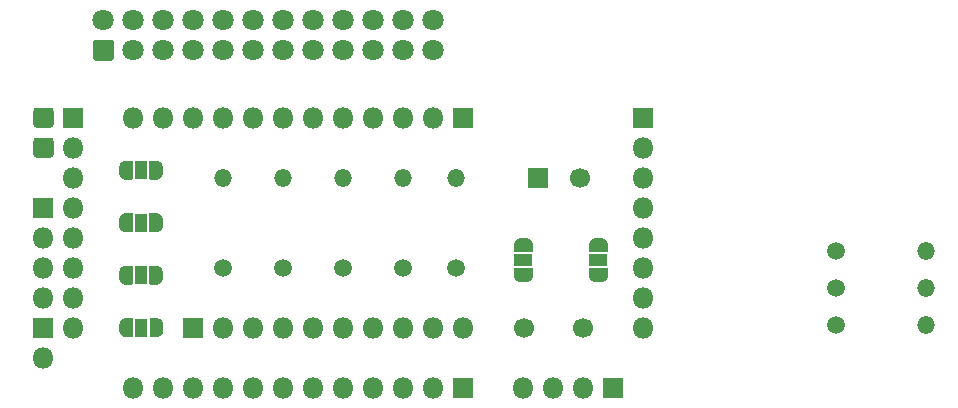
<source format=gbs>
G04 #@! TF.GenerationSoftware,KiCad,Pcbnew,(5.1.6-0-10_14)*
G04 #@! TF.CreationDate,2021-05-20T20:39:12+01:00*
G04 #@! TF.ProjectId,JuntekOnSteroidsTTGO,4a756e74-656b-44f6-9e53-7465726f6964,2.0*
G04 #@! TF.SameCoordinates,PX5b716c8PY5b716c8*
G04 #@! TF.FileFunction,Soldermask,Bot*
G04 #@! TF.FilePolarity,Negative*
%FSLAX46Y46*%
G04 Gerber Fmt 4.6, Leading zero omitted, Abs format (unit mm)*
G04 Created by KiCad (PCBNEW (5.1.6-0-10_14)) date 2021-05-20 20:39:12*
%MOMM*%
%LPD*%
G01*
G04 APERTURE LIST*
%ADD10R,1.600000X1.100000*%
%ADD11C,0.100000*%
%ADD12C,1.800000*%
%ADD13C,1.700000*%
%ADD14R,1.700000X1.700000*%
%ADD15O,1.500000X1.500000*%
%ADD16C,1.500000*%
%ADD17R,1.100000X1.600000*%
%ADD18O,1.800000X1.800000*%
%ADD19R,1.800000X1.800000*%
G04 APERTURE END LIST*
D10*
G04 #@! TO.C,JP6*
X45720000Y15875000D03*
D11*
G36*
X46519398Y14568889D02*
G01*
X46519398Y14550466D01*
X46519157Y14545565D01*
X46514347Y14496734D01*
X46513627Y14491881D01*
X46504055Y14443756D01*
X46502863Y14438995D01*
X46488619Y14392040D01*
X46486966Y14387421D01*
X46468189Y14342088D01*
X46466091Y14337651D01*
X46442960Y14294378D01*
X46440438Y14290171D01*
X46413178Y14249372D01*
X46410254Y14245430D01*
X46379126Y14207501D01*
X46375831Y14203866D01*
X46341134Y14169169D01*
X46337499Y14165874D01*
X46299570Y14134746D01*
X46295628Y14131822D01*
X46254829Y14104562D01*
X46250622Y14102040D01*
X46207349Y14078909D01*
X46202912Y14076811D01*
X46157579Y14058034D01*
X46152960Y14056381D01*
X46106005Y14042137D01*
X46101244Y14040945D01*
X46053119Y14031373D01*
X46048266Y14030653D01*
X45999435Y14025843D01*
X45994534Y14025602D01*
X45976111Y14025602D01*
X45970000Y14025000D01*
X45470000Y14025000D01*
X45463889Y14025602D01*
X45445466Y14025602D01*
X45440565Y14025843D01*
X45391734Y14030653D01*
X45386881Y14031373D01*
X45338756Y14040945D01*
X45333995Y14042137D01*
X45287040Y14056381D01*
X45282421Y14058034D01*
X45237088Y14076811D01*
X45232651Y14078909D01*
X45189378Y14102040D01*
X45185171Y14104562D01*
X45144372Y14131822D01*
X45140430Y14134746D01*
X45102501Y14165874D01*
X45098866Y14169169D01*
X45064169Y14203866D01*
X45060874Y14207501D01*
X45029746Y14245430D01*
X45026822Y14249372D01*
X44999562Y14290171D01*
X44997040Y14294378D01*
X44973909Y14337651D01*
X44971811Y14342088D01*
X44953034Y14387421D01*
X44951381Y14392040D01*
X44937137Y14438995D01*
X44935945Y14443756D01*
X44926373Y14491881D01*
X44925653Y14496734D01*
X44920843Y14545565D01*
X44920602Y14550466D01*
X44920602Y14568889D01*
X44920000Y14575000D01*
X44920000Y15125000D01*
X44920961Y15134755D01*
X44923806Y15144134D01*
X44928427Y15152779D01*
X44934645Y15160355D01*
X44942221Y15166573D01*
X44950866Y15171194D01*
X44960245Y15174039D01*
X44970000Y15175000D01*
X46470000Y15175000D01*
X46479755Y15174039D01*
X46489134Y15171194D01*
X46497779Y15166573D01*
X46505355Y15160355D01*
X46511573Y15152779D01*
X46516194Y15144134D01*
X46519039Y15134755D01*
X46520000Y15125000D01*
X46520000Y14575000D01*
X46519398Y14568889D01*
G37*
G36*
X46519039Y16615245D02*
G01*
X46516194Y16605866D01*
X46511573Y16597221D01*
X46505355Y16589645D01*
X46497779Y16583427D01*
X46489134Y16578806D01*
X46479755Y16575961D01*
X46470000Y16575000D01*
X44970000Y16575000D01*
X44960245Y16575961D01*
X44950866Y16578806D01*
X44942221Y16583427D01*
X44934645Y16589645D01*
X44928427Y16597221D01*
X44923806Y16605866D01*
X44920961Y16615245D01*
X44920000Y16625000D01*
X44920000Y17175000D01*
X44920602Y17181111D01*
X44920602Y17199534D01*
X44920843Y17204435D01*
X44925653Y17253266D01*
X44926373Y17258119D01*
X44935945Y17306244D01*
X44937137Y17311005D01*
X44951381Y17357960D01*
X44953034Y17362579D01*
X44971811Y17407912D01*
X44973909Y17412349D01*
X44997040Y17455622D01*
X44999562Y17459829D01*
X45026822Y17500628D01*
X45029746Y17504570D01*
X45060874Y17542499D01*
X45064169Y17546134D01*
X45098866Y17580831D01*
X45102501Y17584126D01*
X45140430Y17615254D01*
X45144372Y17618178D01*
X45185171Y17645438D01*
X45189378Y17647960D01*
X45232651Y17671091D01*
X45237088Y17673189D01*
X45282421Y17691966D01*
X45287040Y17693619D01*
X45333995Y17707863D01*
X45338756Y17709055D01*
X45386881Y17718627D01*
X45391734Y17719347D01*
X45440565Y17724157D01*
X45445466Y17724398D01*
X45463889Y17724398D01*
X45470000Y17725000D01*
X45970000Y17725000D01*
X45976111Y17724398D01*
X45994534Y17724398D01*
X45999435Y17724157D01*
X46048266Y17719347D01*
X46053119Y17718627D01*
X46101244Y17709055D01*
X46106005Y17707863D01*
X46152960Y17693619D01*
X46157579Y17691966D01*
X46202912Y17673189D01*
X46207349Y17671091D01*
X46250622Y17647960D01*
X46254829Y17645438D01*
X46295628Y17618178D01*
X46299570Y17615254D01*
X46337499Y17584126D01*
X46341134Y17580831D01*
X46375831Y17546134D01*
X46379126Y17542499D01*
X46410254Y17504570D01*
X46413178Y17500628D01*
X46440438Y17459829D01*
X46442960Y17455622D01*
X46466091Y17412349D01*
X46468189Y17407912D01*
X46486966Y17362579D01*
X46488619Y17357960D01*
X46502863Y17311005D01*
X46504055Y17306244D01*
X46513627Y17258119D01*
X46514347Y17253266D01*
X46519157Y17204435D01*
X46519398Y17199534D01*
X46519398Y17181111D01*
X46520000Y17175000D01*
X46520000Y16625000D01*
X46519039Y16615245D01*
G37*
G04 #@! TD*
D12*
G04 #@! TO.C,J8*
X38100000Y36195000D03*
X35560000Y36195000D03*
X33020000Y36195000D03*
X30480000Y36195000D03*
X27940000Y36195000D03*
X25400000Y36195000D03*
X22860000Y36195000D03*
X20320000Y36195000D03*
X17780000Y36195000D03*
X15240000Y36195000D03*
X12700000Y36195000D03*
X10160000Y36195000D03*
X38100000Y33655000D03*
X35560000Y33655000D03*
X33020000Y33655000D03*
X30480000Y33655000D03*
X27940000Y33655000D03*
X25400000Y33655000D03*
X22860000Y33655000D03*
X20320000Y33655000D03*
X17780000Y33655000D03*
X15240000Y33655000D03*
X12700000Y33655000D03*
G36*
G01*
X10795294Y32755000D02*
X9524706Y32755000D01*
G75*
G02*
X9260000Y33019706I0J264706D01*
G01*
X9260000Y34290294D01*
G75*
G02*
X9524706Y34555000I264706J0D01*
G01*
X10795294Y34555000D01*
G75*
G02*
X11060000Y34290294I0J-264706D01*
G01*
X11060000Y33019706D01*
G75*
G02*
X10795294Y32755000I-264706J0D01*
G01*
G37*
G04 #@! TD*
D13*
G04 #@! TO.C,C7*
X50490000Y22860000D03*
D14*
X46990000Y22860000D03*
G04 #@! TD*
G04 #@! TO.C,TP2*
G36*
G01*
X4230000Y24815625D02*
X4230000Y25984375D01*
G75*
G02*
X4495625Y26250000I265625J0D01*
G01*
X5664375Y26250000D01*
G75*
G02*
X5930000Y25984375I0J-265625D01*
G01*
X5930000Y24815625D01*
G75*
G02*
X5664375Y24550000I-265625J0D01*
G01*
X4495625Y24550000D01*
G75*
G02*
X4230000Y24815625I0J265625D01*
G01*
G37*
G04 #@! TD*
D15*
G04 #@! TO.C,R5*
X79823000Y10389000D03*
D16*
X72203000Y10389000D03*
G04 #@! TD*
D15*
G04 #@! TO.C,R6*
X79823000Y13539000D03*
D16*
X72203000Y13539000D03*
G04 #@! TD*
D15*
G04 #@! TO.C,R7*
X20320000Y22860000D03*
D16*
X20320000Y15240000D03*
G04 #@! TD*
D15*
G04 #@! TO.C,R9*
X79823000Y16689000D03*
D16*
X72203000Y16689000D03*
G04 #@! TD*
D15*
G04 #@! TO.C,R1*
X40005000Y22860000D03*
D16*
X40005000Y15240000D03*
G04 #@! TD*
D15*
G04 #@! TO.C,R2*
X35560000Y22860000D03*
D16*
X35560000Y15240000D03*
G04 #@! TD*
D15*
G04 #@! TO.C,R3*
X30480000Y22860000D03*
D16*
X30480000Y15240000D03*
G04 #@! TD*
D15*
G04 #@! TO.C,R4*
X25400000Y22860000D03*
D16*
X25400000Y15240000D03*
G04 #@! TD*
D17*
G04 #@! TO.C,JP2*
X13335000Y23495000D03*
D11*
G36*
X12028889Y22695602D02*
G01*
X12010466Y22695602D01*
X12005565Y22695843D01*
X11956734Y22700653D01*
X11951881Y22701373D01*
X11903756Y22710945D01*
X11898995Y22712137D01*
X11852040Y22726381D01*
X11847421Y22728034D01*
X11802088Y22746811D01*
X11797651Y22748909D01*
X11754378Y22772040D01*
X11750171Y22774562D01*
X11709372Y22801822D01*
X11705430Y22804746D01*
X11667501Y22835874D01*
X11663866Y22839169D01*
X11629169Y22873866D01*
X11625874Y22877501D01*
X11594746Y22915430D01*
X11591822Y22919372D01*
X11564562Y22960171D01*
X11562040Y22964378D01*
X11538909Y23007651D01*
X11536811Y23012088D01*
X11518034Y23057421D01*
X11516381Y23062040D01*
X11502137Y23108995D01*
X11500945Y23113756D01*
X11491373Y23161881D01*
X11490653Y23166734D01*
X11485843Y23215565D01*
X11485602Y23220466D01*
X11485602Y23238889D01*
X11485000Y23245000D01*
X11485000Y23745000D01*
X11485602Y23751111D01*
X11485602Y23769534D01*
X11485843Y23774435D01*
X11490653Y23823266D01*
X11491373Y23828119D01*
X11500945Y23876244D01*
X11502137Y23881005D01*
X11516381Y23927960D01*
X11518034Y23932579D01*
X11536811Y23977912D01*
X11538909Y23982349D01*
X11562040Y24025622D01*
X11564562Y24029829D01*
X11591822Y24070628D01*
X11594746Y24074570D01*
X11625874Y24112499D01*
X11629169Y24116134D01*
X11663866Y24150831D01*
X11667501Y24154126D01*
X11705430Y24185254D01*
X11709372Y24188178D01*
X11750171Y24215438D01*
X11754378Y24217960D01*
X11797651Y24241091D01*
X11802088Y24243189D01*
X11847421Y24261966D01*
X11852040Y24263619D01*
X11898995Y24277863D01*
X11903756Y24279055D01*
X11951881Y24288627D01*
X11956734Y24289347D01*
X12005565Y24294157D01*
X12010466Y24294398D01*
X12028889Y24294398D01*
X12035000Y24295000D01*
X12585000Y24295000D01*
X12594755Y24294039D01*
X12604134Y24291194D01*
X12612779Y24286573D01*
X12620355Y24280355D01*
X12626573Y24272779D01*
X12631194Y24264134D01*
X12634039Y24254755D01*
X12635000Y24245000D01*
X12635000Y22745000D01*
X12634039Y22735245D01*
X12631194Y22725866D01*
X12626573Y22717221D01*
X12620355Y22709645D01*
X12612779Y22703427D01*
X12604134Y22698806D01*
X12594755Y22695961D01*
X12585000Y22695000D01*
X12035000Y22695000D01*
X12028889Y22695602D01*
G37*
G36*
X14075245Y22695961D02*
G01*
X14065866Y22698806D01*
X14057221Y22703427D01*
X14049645Y22709645D01*
X14043427Y22717221D01*
X14038806Y22725866D01*
X14035961Y22735245D01*
X14035000Y22745000D01*
X14035000Y24245000D01*
X14035961Y24254755D01*
X14038806Y24264134D01*
X14043427Y24272779D01*
X14049645Y24280355D01*
X14057221Y24286573D01*
X14065866Y24291194D01*
X14075245Y24294039D01*
X14085000Y24295000D01*
X14635000Y24295000D01*
X14641111Y24294398D01*
X14659534Y24294398D01*
X14664435Y24294157D01*
X14713266Y24289347D01*
X14718119Y24288627D01*
X14766244Y24279055D01*
X14771005Y24277863D01*
X14817960Y24263619D01*
X14822579Y24261966D01*
X14867912Y24243189D01*
X14872349Y24241091D01*
X14915622Y24217960D01*
X14919829Y24215438D01*
X14960628Y24188178D01*
X14964570Y24185254D01*
X15002499Y24154126D01*
X15006134Y24150831D01*
X15040831Y24116134D01*
X15044126Y24112499D01*
X15075254Y24074570D01*
X15078178Y24070628D01*
X15105438Y24029829D01*
X15107960Y24025622D01*
X15131091Y23982349D01*
X15133189Y23977912D01*
X15151966Y23932579D01*
X15153619Y23927960D01*
X15167863Y23881005D01*
X15169055Y23876244D01*
X15178627Y23828119D01*
X15179347Y23823266D01*
X15184157Y23774435D01*
X15184398Y23769534D01*
X15184398Y23751111D01*
X15185000Y23745000D01*
X15185000Y23245000D01*
X15184398Y23238889D01*
X15184398Y23220466D01*
X15184157Y23215565D01*
X15179347Y23166734D01*
X15178627Y23161881D01*
X15169055Y23113756D01*
X15167863Y23108995D01*
X15153619Y23062040D01*
X15151966Y23057421D01*
X15133189Y23012088D01*
X15131091Y23007651D01*
X15107960Y22964378D01*
X15105438Y22960171D01*
X15078178Y22919372D01*
X15075254Y22915430D01*
X15044126Y22877501D01*
X15040831Y22873866D01*
X15006134Y22839169D01*
X15002499Y22835874D01*
X14964570Y22804746D01*
X14960628Y22801822D01*
X14919829Y22774562D01*
X14915622Y22772040D01*
X14872349Y22748909D01*
X14867912Y22746811D01*
X14822579Y22728034D01*
X14817960Y22726381D01*
X14771005Y22712137D01*
X14766244Y22710945D01*
X14718119Y22701373D01*
X14713266Y22700653D01*
X14664435Y22695843D01*
X14659534Y22695602D01*
X14641111Y22695602D01*
X14635000Y22695000D01*
X14085000Y22695000D01*
X14075245Y22695961D01*
G37*
G04 #@! TD*
D17*
G04 #@! TO.C,JP5*
X13365000Y10160000D03*
D11*
G36*
X12058889Y9360602D02*
G01*
X12040466Y9360602D01*
X12035565Y9360843D01*
X11986734Y9365653D01*
X11981881Y9366373D01*
X11933756Y9375945D01*
X11928995Y9377137D01*
X11882040Y9391381D01*
X11877421Y9393034D01*
X11832088Y9411811D01*
X11827651Y9413909D01*
X11784378Y9437040D01*
X11780171Y9439562D01*
X11739372Y9466822D01*
X11735430Y9469746D01*
X11697501Y9500874D01*
X11693866Y9504169D01*
X11659169Y9538866D01*
X11655874Y9542501D01*
X11624746Y9580430D01*
X11621822Y9584372D01*
X11594562Y9625171D01*
X11592040Y9629378D01*
X11568909Y9672651D01*
X11566811Y9677088D01*
X11548034Y9722421D01*
X11546381Y9727040D01*
X11532137Y9773995D01*
X11530945Y9778756D01*
X11521373Y9826881D01*
X11520653Y9831734D01*
X11515843Y9880565D01*
X11515602Y9885466D01*
X11515602Y9903889D01*
X11515000Y9910000D01*
X11515000Y10410000D01*
X11515602Y10416111D01*
X11515602Y10434534D01*
X11515843Y10439435D01*
X11520653Y10488266D01*
X11521373Y10493119D01*
X11530945Y10541244D01*
X11532137Y10546005D01*
X11546381Y10592960D01*
X11548034Y10597579D01*
X11566811Y10642912D01*
X11568909Y10647349D01*
X11592040Y10690622D01*
X11594562Y10694829D01*
X11621822Y10735628D01*
X11624746Y10739570D01*
X11655874Y10777499D01*
X11659169Y10781134D01*
X11693866Y10815831D01*
X11697501Y10819126D01*
X11735430Y10850254D01*
X11739372Y10853178D01*
X11780171Y10880438D01*
X11784378Y10882960D01*
X11827651Y10906091D01*
X11832088Y10908189D01*
X11877421Y10926966D01*
X11882040Y10928619D01*
X11928995Y10942863D01*
X11933756Y10944055D01*
X11981881Y10953627D01*
X11986734Y10954347D01*
X12035565Y10959157D01*
X12040466Y10959398D01*
X12058889Y10959398D01*
X12065000Y10960000D01*
X12615000Y10960000D01*
X12624755Y10959039D01*
X12634134Y10956194D01*
X12642779Y10951573D01*
X12650355Y10945355D01*
X12656573Y10937779D01*
X12661194Y10929134D01*
X12664039Y10919755D01*
X12665000Y10910000D01*
X12665000Y9410000D01*
X12664039Y9400245D01*
X12661194Y9390866D01*
X12656573Y9382221D01*
X12650355Y9374645D01*
X12642779Y9368427D01*
X12634134Y9363806D01*
X12624755Y9360961D01*
X12615000Y9360000D01*
X12065000Y9360000D01*
X12058889Y9360602D01*
G37*
G36*
X14105245Y9360961D02*
G01*
X14095866Y9363806D01*
X14087221Y9368427D01*
X14079645Y9374645D01*
X14073427Y9382221D01*
X14068806Y9390866D01*
X14065961Y9400245D01*
X14065000Y9410000D01*
X14065000Y10910000D01*
X14065961Y10919755D01*
X14068806Y10929134D01*
X14073427Y10937779D01*
X14079645Y10945355D01*
X14087221Y10951573D01*
X14095866Y10956194D01*
X14105245Y10959039D01*
X14115000Y10960000D01*
X14665000Y10960000D01*
X14671111Y10959398D01*
X14689534Y10959398D01*
X14694435Y10959157D01*
X14743266Y10954347D01*
X14748119Y10953627D01*
X14796244Y10944055D01*
X14801005Y10942863D01*
X14847960Y10928619D01*
X14852579Y10926966D01*
X14897912Y10908189D01*
X14902349Y10906091D01*
X14945622Y10882960D01*
X14949829Y10880438D01*
X14990628Y10853178D01*
X14994570Y10850254D01*
X15032499Y10819126D01*
X15036134Y10815831D01*
X15070831Y10781134D01*
X15074126Y10777499D01*
X15105254Y10739570D01*
X15108178Y10735628D01*
X15135438Y10694829D01*
X15137960Y10690622D01*
X15161091Y10647349D01*
X15163189Y10642912D01*
X15181966Y10597579D01*
X15183619Y10592960D01*
X15197863Y10546005D01*
X15199055Y10541244D01*
X15208627Y10493119D01*
X15209347Y10488266D01*
X15214157Y10439435D01*
X15214398Y10434534D01*
X15214398Y10416111D01*
X15215000Y10410000D01*
X15215000Y9910000D01*
X15214398Y9903889D01*
X15214398Y9885466D01*
X15214157Y9880565D01*
X15209347Y9831734D01*
X15208627Y9826881D01*
X15199055Y9778756D01*
X15197863Y9773995D01*
X15183619Y9727040D01*
X15181966Y9722421D01*
X15163189Y9677088D01*
X15161091Y9672651D01*
X15137960Y9629378D01*
X15135438Y9625171D01*
X15108178Y9584372D01*
X15105254Y9580430D01*
X15074126Y9542501D01*
X15070831Y9538866D01*
X15036134Y9504169D01*
X15032499Y9500874D01*
X14994570Y9469746D01*
X14990628Y9466822D01*
X14949829Y9439562D01*
X14945622Y9437040D01*
X14902349Y9413909D01*
X14897912Y9411811D01*
X14852579Y9393034D01*
X14847960Y9391381D01*
X14801005Y9377137D01*
X14796244Y9375945D01*
X14748119Y9366373D01*
X14743266Y9365653D01*
X14694435Y9360843D01*
X14689534Y9360602D01*
X14671111Y9360602D01*
X14665000Y9360000D01*
X14115000Y9360000D01*
X14105245Y9360961D01*
G37*
G04 #@! TD*
D17*
G04 #@! TO.C,JP4*
X13335000Y19050000D03*
D11*
G36*
X12028889Y18250602D02*
G01*
X12010466Y18250602D01*
X12005565Y18250843D01*
X11956734Y18255653D01*
X11951881Y18256373D01*
X11903756Y18265945D01*
X11898995Y18267137D01*
X11852040Y18281381D01*
X11847421Y18283034D01*
X11802088Y18301811D01*
X11797651Y18303909D01*
X11754378Y18327040D01*
X11750171Y18329562D01*
X11709372Y18356822D01*
X11705430Y18359746D01*
X11667501Y18390874D01*
X11663866Y18394169D01*
X11629169Y18428866D01*
X11625874Y18432501D01*
X11594746Y18470430D01*
X11591822Y18474372D01*
X11564562Y18515171D01*
X11562040Y18519378D01*
X11538909Y18562651D01*
X11536811Y18567088D01*
X11518034Y18612421D01*
X11516381Y18617040D01*
X11502137Y18663995D01*
X11500945Y18668756D01*
X11491373Y18716881D01*
X11490653Y18721734D01*
X11485843Y18770565D01*
X11485602Y18775466D01*
X11485602Y18793889D01*
X11485000Y18800000D01*
X11485000Y19300000D01*
X11485602Y19306111D01*
X11485602Y19324534D01*
X11485843Y19329435D01*
X11490653Y19378266D01*
X11491373Y19383119D01*
X11500945Y19431244D01*
X11502137Y19436005D01*
X11516381Y19482960D01*
X11518034Y19487579D01*
X11536811Y19532912D01*
X11538909Y19537349D01*
X11562040Y19580622D01*
X11564562Y19584829D01*
X11591822Y19625628D01*
X11594746Y19629570D01*
X11625874Y19667499D01*
X11629169Y19671134D01*
X11663866Y19705831D01*
X11667501Y19709126D01*
X11705430Y19740254D01*
X11709372Y19743178D01*
X11750171Y19770438D01*
X11754378Y19772960D01*
X11797651Y19796091D01*
X11802088Y19798189D01*
X11847421Y19816966D01*
X11852040Y19818619D01*
X11898995Y19832863D01*
X11903756Y19834055D01*
X11951881Y19843627D01*
X11956734Y19844347D01*
X12005565Y19849157D01*
X12010466Y19849398D01*
X12028889Y19849398D01*
X12035000Y19850000D01*
X12585000Y19850000D01*
X12594755Y19849039D01*
X12604134Y19846194D01*
X12612779Y19841573D01*
X12620355Y19835355D01*
X12626573Y19827779D01*
X12631194Y19819134D01*
X12634039Y19809755D01*
X12635000Y19800000D01*
X12635000Y18300000D01*
X12634039Y18290245D01*
X12631194Y18280866D01*
X12626573Y18272221D01*
X12620355Y18264645D01*
X12612779Y18258427D01*
X12604134Y18253806D01*
X12594755Y18250961D01*
X12585000Y18250000D01*
X12035000Y18250000D01*
X12028889Y18250602D01*
G37*
G36*
X14075245Y18250961D02*
G01*
X14065866Y18253806D01*
X14057221Y18258427D01*
X14049645Y18264645D01*
X14043427Y18272221D01*
X14038806Y18280866D01*
X14035961Y18290245D01*
X14035000Y18300000D01*
X14035000Y19800000D01*
X14035961Y19809755D01*
X14038806Y19819134D01*
X14043427Y19827779D01*
X14049645Y19835355D01*
X14057221Y19841573D01*
X14065866Y19846194D01*
X14075245Y19849039D01*
X14085000Y19850000D01*
X14635000Y19850000D01*
X14641111Y19849398D01*
X14659534Y19849398D01*
X14664435Y19849157D01*
X14713266Y19844347D01*
X14718119Y19843627D01*
X14766244Y19834055D01*
X14771005Y19832863D01*
X14817960Y19818619D01*
X14822579Y19816966D01*
X14867912Y19798189D01*
X14872349Y19796091D01*
X14915622Y19772960D01*
X14919829Y19770438D01*
X14960628Y19743178D01*
X14964570Y19740254D01*
X15002499Y19709126D01*
X15006134Y19705831D01*
X15040831Y19671134D01*
X15044126Y19667499D01*
X15075254Y19629570D01*
X15078178Y19625628D01*
X15105438Y19584829D01*
X15107960Y19580622D01*
X15131091Y19537349D01*
X15133189Y19532912D01*
X15151966Y19487579D01*
X15153619Y19482960D01*
X15167863Y19436005D01*
X15169055Y19431244D01*
X15178627Y19383119D01*
X15179347Y19378266D01*
X15184157Y19329435D01*
X15184398Y19324534D01*
X15184398Y19306111D01*
X15185000Y19300000D01*
X15185000Y18800000D01*
X15184398Y18793889D01*
X15184398Y18775466D01*
X15184157Y18770565D01*
X15179347Y18721734D01*
X15178627Y18716881D01*
X15169055Y18668756D01*
X15167863Y18663995D01*
X15153619Y18617040D01*
X15151966Y18612421D01*
X15133189Y18567088D01*
X15131091Y18562651D01*
X15107960Y18519378D01*
X15105438Y18515171D01*
X15078178Y18474372D01*
X15075254Y18470430D01*
X15044126Y18432501D01*
X15040831Y18428866D01*
X15006134Y18394169D01*
X15002499Y18390874D01*
X14964570Y18359746D01*
X14960628Y18356822D01*
X14919829Y18329562D01*
X14915622Y18327040D01*
X14872349Y18303909D01*
X14867912Y18301811D01*
X14822579Y18283034D01*
X14817960Y18281381D01*
X14771005Y18267137D01*
X14766244Y18265945D01*
X14718119Y18256373D01*
X14713266Y18255653D01*
X14664435Y18250843D01*
X14659534Y18250602D01*
X14641111Y18250602D01*
X14635000Y18250000D01*
X14085000Y18250000D01*
X14075245Y18250961D01*
G37*
G04 #@! TD*
D17*
G04 #@! TO.C,JP3*
X13335000Y14605000D03*
D11*
G36*
X12028889Y13805602D02*
G01*
X12010466Y13805602D01*
X12005565Y13805843D01*
X11956734Y13810653D01*
X11951881Y13811373D01*
X11903756Y13820945D01*
X11898995Y13822137D01*
X11852040Y13836381D01*
X11847421Y13838034D01*
X11802088Y13856811D01*
X11797651Y13858909D01*
X11754378Y13882040D01*
X11750171Y13884562D01*
X11709372Y13911822D01*
X11705430Y13914746D01*
X11667501Y13945874D01*
X11663866Y13949169D01*
X11629169Y13983866D01*
X11625874Y13987501D01*
X11594746Y14025430D01*
X11591822Y14029372D01*
X11564562Y14070171D01*
X11562040Y14074378D01*
X11538909Y14117651D01*
X11536811Y14122088D01*
X11518034Y14167421D01*
X11516381Y14172040D01*
X11502137Y14218995D01*
X11500945Y14223756D01*
X11491373Y14271881D01*
X11490653Y14276734D01*
X11485843Y14325565D01*
X11485602Y14330466D01*
X11485602Y14348889D01*
X11485000Y14355000D01*
X11485000Y14855000D01*
X11485602Y14861111D01*
X11485602Y14879534D01*
X11485843Y14884435D01*
X11490653Y14933266D01*
X11491373Y14938119D01*
X11500945Y14986244D01*
X11502137Y14991005D01*
X11516381Y15037960D01*
X11518034Y15042579D01*
X11536811Y15087912D01*
X11538909Y15092349D01*
X11562040Y15135622D01*
X11564562Y15139829D01*
X11591822Y15180628D01*
X11594746Y15184570D01*
X11625874Y15222499D01*
X11629169Y15226134D01*
X11663866Y15260831D01*
X11667501Y15264126D01*
X11705430Y15295254D01*
X11709372Y15298178D01*
X11750171Y15325438D01*
X11754378Y15327960D01*
X11797651Y15351091D01*
X11802088Y15353189D01*
X11847421Y15371966D01*
X11852040Y15373619D01*
X11898995Y15387863D01*
X11903756Y15389055D01*
X11951881Y15398627D01*
X11956734Y15399347D01*
X12005565Y15404157D01*
X12010466Y15404398D01*
X12028889Y15404398D01*
X12035000Y15405000D01*
X12585000Y15405000D01*
X12594755Y15404039D01*
X12604134Y15401194D01*
X12612779Y15396573D01*
X12620355Y15390355D01*
X12626573Y15382779D01*
X12631194Y15374134D01*
X12634039Y15364755D01*
X12635000Y15355000D01*
X12635000Y13855000D01*
X12634039Y13845245D01*
X12631194Y13835866D01*
X12626573Y13827221D01*
X12620355Y13819645D01*
X12612779Y13813427D01*
X12604134Y13808806D01*
X12594755Y13805961D01*
X12585000Y13805000D01*
X12035000Y13805000D01*
X12028889Y13805602D01*
G37*
G36*
X14075245Y13805961D02*
G01*
X14065866Y13808806D01*
X14057221Y13813427D01*
X14049645Y13819645D01*
X14043427Y13827221D01*
X14038806Y13835866D01*
X14035961Y13845245D01*
X14035000Y13855000D01*
X14035000Y15355000D01*
X14035961Y15364755D01*
X14038806Y15374134D01*
X14043427Y15382779D01*
X14049645Y15390355D01*
X14057221Y15396573D01*
X14065866Y15401194D01*
X14075245Y15404039D01*
X14085000Y15405000D01*
X14635000Y15405000D01*
X14641111Y15404398D01*
X14659534Y15404398D01*
X14664435Y15404157D01*
X14713266Y15399347D01*
X14718119Y15398627D01*
X14766244Y15389055D01*
X14771005Y15387863D01*
X14817960Y15373619D01*
X14822579Y15371966D01*
X14867912Y15353189D01*
X14872349Y15351091D01*
X14915622Y15327960D01*
X14919829Y15325438D01*
X14960628Y15298178D01*
X14964570Y15295254D01*
X15002499Y15264126D01*
X15006134Y15260831D01*
X15040831Y15226134D01*
X15044126Y15222499D01*
X15075254Y15184570D01*
X15078178Y15180628D01*
X15105438Y15139829D01*
X15107960Y15135622D01*
X15131091Y15092349D01*
X15133189Y15087912D01*
X15151966Y15042579D01*
X15153619Y15037960D01*
X15167863Y14991005D01*
X15169055Y14986244D01*
X15178627Y14938119D01*
X15179347Y14933266D01*
X15184157Y14884435D01*
X15184398Y14879534D01*
X15184398Y14861111D01*
X15185000Y14855000D01*
X15185000Y14355000D01*
X15184398Y14348889D01*
X15184398Y14330466D01*
X15184157Y14325565D01*
X15179347Y14276734D01*
X15178627Y14271881D01*
X15169055Y14223756D01*
X15167863Y14218995D01*
X15153619Y14172040D01*
X15151966Y14167421D01*
X15133189Y14122088D01*
X15131091Y14117651D01*
X15107960Y14074378D01*
X15105438Y14070171D01*
X15078178Y14029372D01*
X15075254Y14025430D01*
X15044126Y13987501D01*
X15040831Y13983866D01*
X15006134Y13949169D01*
X15002499Y13945874D01*
X14964570Y13914746D01*
X14960628Y13911822D01*
X14919829Y13884562D01*
X14915622Y13882040D01*
X14872349Y13858909D01*
X14867912Y13856811D01*
X14822579Y13838034D01*
X14817960Y13836381D01*
X14771005Y13822137D01*
X14766244Y13820945D01*
X14718119Y13811373D01*
X14713266Y13810653D01*
X14664435Y13805843D01*
X14659534Y13805602D01*
X14641111Y13805602D01*
X14635000Y13805000D01*
X14085000Y13805000D01*
X14075245Y13805961D01*
G37*
G04 #@! TD*
D18*
G04 #@! TO.C,J7*
X5080000Y7620000D03*
D19*
X5080000Y10160000D03*
G04 #@! TD*
D18*
G04 #@! TO.C,#J9*
X40640000Y10160000D03*
X38100000Y10160000D03*
X35560000Y10160000D03*
X33020000Y10160000D03*
X30480000Y10160000D03*
X27940000Y10160000D03*
X25400000Y10160000D03*
X22860000Y10160000D03*
X20320000Y10160000D03*
D19*
X17780000Y10160000D03*
G04 #@! TD*
G04 #@! TO.C,TP1*
G36*
G01*
X4230000Y27355625D02*
X4230000Y28524375D01*
G75*
G02*
X4495625Y28790000I265625J0D01*
G01*
X5664375Y28790000D01*
G75*
G02*
X5930000Y28524375I0J-265625D01*
G01*
X5930000Y27355625D01*
G75*
G02*
X5664375Y27090000I-265625J0D01*
G01*
X4495625Y27090000D01*
G75*
G02*
X4230000Y27355625I0J265625D01*
G01*
G37*
G04 #@! TD*
G04 #@! TO.C,J3*
X53340000Y5080000D03*
D18*
X50800000Y5080000D03*
X48260000Y5080000D03*
X45720000Y5080000D03*
G04 #@! TD*
G04 #@! TO.C,J6*
X5080000Y12700000D03*
X5080000Y15240000D03*
X5080000Y17780000D03*
D19*
X5080000Y20320000D03*
G04 #@! TD*
D10*
G04 #@! TO.C,JP1*
X52070000Y15875000D03*
D11*
G36*
X52869398Y14568889D02*
G01*
X52869398Y14550466D01*
X52869157Y14545565D01*
X52864347Y14496734D01*
X52863627Y14491881D01*
X52854055Y14443756D01*
X52852863Y14438995D01*
X52838619Y14392040D01*
X52836966Y14387421D01*
X52818189Y14342088D01*
X52816091Y14337651D01*
X52792960Y14294378D01*
X52790438Y14290171D01*
X52763178Y14249372D01*
X52760254Y14245430D01*
X52729126Y14207501D01*
X52725831Y14203866D01*
X52691134Y14169169D01*
X52687499Y14165874D01*
X52649570Y14134746D01*
X52645628Y14131822D01*
X52604829Y14104562D01*
X52600622Y14102040D01*
X52557349Y14078909D01*
X52552912Y14076811D01*
X52507579Y14058034D01*
X52502960Y14056381D01*
X52456005Y14042137D01*
X52451244Y14040945D01*
X52403119Y14031373D01*
X52398266Y14030653D01*
X52349435Y14025843D01*
X52344534Y14025602D01*
X52326111Y14025602D01*
X52320000Y14025000D01*
X51820000Y14025000D01*
X51813889Y14025602D01*
X51795466Y14025602D01*
X51790565Y14025843D01*
X51741734Y14030653D01*
X51736881Y14031373D01*
X51688756Y14040945D01*
X51683995Y14042137D01*
X51637040Y14056381D01*
X51632421Y14058034D01*
X51587088Y14076811D01*
X51582651Y14078909D01*
X51539378Y14102040D01*
X51535171Y14104562D01*
X51494372Y14131822D01*
X51490430Y14134746D01*
X51452501Y14165874D01*
X51448866Y14169169D01*
X51414169Y14203866D01*
X51410874Y14207501D01*
X51379746Y14245430D01*
X51376822Y14249372D01*
X51349562Y14290171D01*
X51347040Y14294378D01*
X51323909Y14337651D01*
X51321811Y14342088D01*
X51303034Y14387421D01*
X51301381Y14392040D01*
X51287137Y14438995D01*
X51285945Y14443756D01*
X51276373Y14491881D01*
X51275653Y14496734D01*
X51270843Y14545565D01*
X51270602Y14550466D01*
X51270602Y14568889D01*
X51270000Y14575000D01*
X51270000Y15125000D01*
X51270961Y15134755D01*
X51273806Y15144134D01*
X51278427Y15152779D01*
X51284645Y15160355D01*
X51292221Y15166573D01*
X51300866Y15171194D01*
X51310245Y15174039D01*
X51320000Y15175000D01*
X52820000Y15175000D01*
X52829755Y15174039D01*
X52839134Y15171194D01*
X52847779Y15166573D01*
X52855355Y15160355D01*
X52861573Y15152779D01*
X52866194Y15144134D01*
X52869039Y15134755D01*
X52870000Y15125000D01*
X52870000Y14575000D01*
X52869398Y14568889D01*
G37*
G36*
X52869039Y16615245D02*
G01*
X52866194Y16605866D01*
X52861573Y16597221D01*
X52855355Y16589645D01*
X52847779Y16583427D01*
X52839134Y16578806D01*
X52829755Y16575961D01*
X52820000Y16575000D01*
X51320000Y16575000D01*
X51310245Y16575961D01*
X51300866Y16578806D01*
X51292221Y16583427D01*
X51284645Y16589645D01*
X51278427Y16597221D01*
X51273806Y16605866D01*
X51270961Y16615245D01*
X51270000Y16625000D01*
X51270000Y17175000D01*
X51270602Y17181111D01*
X51270602Y17199534D01*
X51270843Y17204435D01*
X51275653Y17253266D01*
X51276373Y17258119D01*
X51285945Y17306244D01*
X51287137Y17311005D01*
X51301381Y17357960D01*
X51303034Y17362579D01*
X51321811Y17407912D01*
X51323909Y17412349D01*
X51347040Y17455622D01*
X51349562Y17459829D01*
X51376822Y17500628D01*
X51379746Y17504570D01*
X51410874Y17542499D01*
X51414169Y17546134D01*
X51448866Y17580831D01*
X51452501Y17584126D01*
X51490430Y17615254D01*
X51494372Y17618178D01*
X51535171Y17645438D01*
X51539378Y17647960D01*
X51582651Y17671091D01*
X51587088Y17673189D01*
X51632421Y17691966D01*
X51637040Y17693619D01*
X51683995Y17707863D01*
X51688756Y17709055D01*
X51736881Y17718627D01*
X51741734Y17719347D01*
X51790565Y17724157D01*
X51795466Y17724398D01*
X51813889Y17724398D01*
X51820000Y17725000D01*
X52320000Y17725000D01*
X52326111Y17724398D01*
X52344534Y17724398D01*
X52349435Y17724157D01*
X52398266Y17719347D01*
X52403119Y17718627D01*
X52451244Y17709055D01*
X52456005Y17707863D01*
X52502960Y17693619D01*
X52507579Y17691966D01*
X52552912Y17673189D01*
X52557349Y17671091D01*
X52600622Y17647960D01*
X52604829Y17645438D01*
X52645628Y17618178D01*
X52649570Y17615254D01*
X52687499Y17584126D01*
X52691134Y17580831D01*
X52725831Y17546134D01*
X52729126Y17542499D01*
X52760254Y17504570D01*
X52763178Y17500628D01*
X52790438Y17459829D01*
X52792960Y17455622D01*
X52816091Y17412349D01*
X52818189Y17407912D01*
X52836966Y17362579D01*
X52838619Y17357960D01*
X52852863Y17311005D01*
X52854055Y17306244D01*
X52863627Y17258119D01*
X52864347Y17253266D01*
X52869157Y17204435D01*
X52869398Y17199534D01*
X52869398Y17181111D01*
X52870000Y17175000D01*
X52870000Y16625000D01*
X52869039Y16615245D01*
G37*
G04 #@! TD*
D13*
G04 #@! TO.C,C8*
X45800000Y10160000D03*
X50800000Y10160000D03*
G04 #@! TD*
D18*
G04 #@! TO.C,J5*
X12700000Y5080000D03*
X15240000Y5080000D03*
X17780000Y5080000D03*
X20320000Y5080000D03*
X22860000Y5080000D03*
X25400000Y5080000D03*
X27940000Y5080000D03*
X30480000Y5080000D03*
X33020000Y5080000D03*
X35560000Y5080000D03*
X38100000Y5080000D03*
D19*
X40640000Y5080000D03*
G04 #@! TD*
D18*
G04 #@! TO.C,J4*
X12700000Y27940000D03*
X15240000Y27940000D03*
X17780000Y27940000D03*
X20320000Y27940000D03*
X22860000Y27940000D03*
X25400000Y27940000D03*
X27940000Y27940000D03*
X30480000Y27940000D03*
X33020000Y27940000D03*
X35560000Y27940000D03*
X38100000Y27940000D03*
D19*
X40640000Y27940000D03*
G04 #@! TD*
D18*
G04 #@! TO.C,J2*
X55880000Y10160000D03*
X55880000Y12700000D03*
X55880000Y15240000D03*
X55880000Y17780000D03*
X55880000Y20320000D03*
X55880000Y22860000D03*
X55880000Y25400000D03*
D19*
X55880000Y27940000D03*
G04 #@! TD*
D18*
G04 #@! TO.C,J1*
X7620000Y10160000D03*
X7620000Y12700000D03*
X7620000Y15240000D03*
X7620000Y17780000D03*
X7620000Y20320000D03*
X7620000Y22860000D03*
X7620000Y25400000D03*
D19*
X7620000Y27940000D03*
G04 #@! TD*
M02*

</source>
